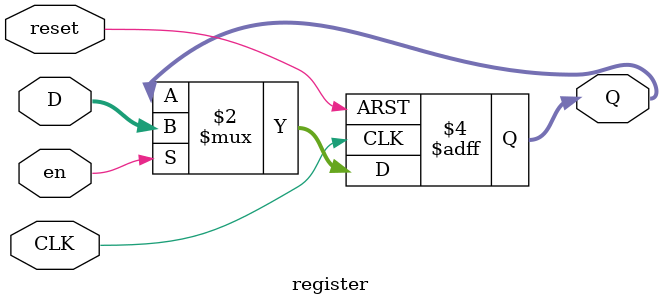
<source format=sv>
module register #(parameter N = 8)
			(input logic [N-1:0] D,
			 input logic CLK, reset, en,
			 output logic [N-1:0] Q);

	always_ff@(posedge CLK, posedge reset) 
	begin
		if(reset) Q <= 0;
		else if(en)	Q <= D;
	end					
endmodule

</source>
